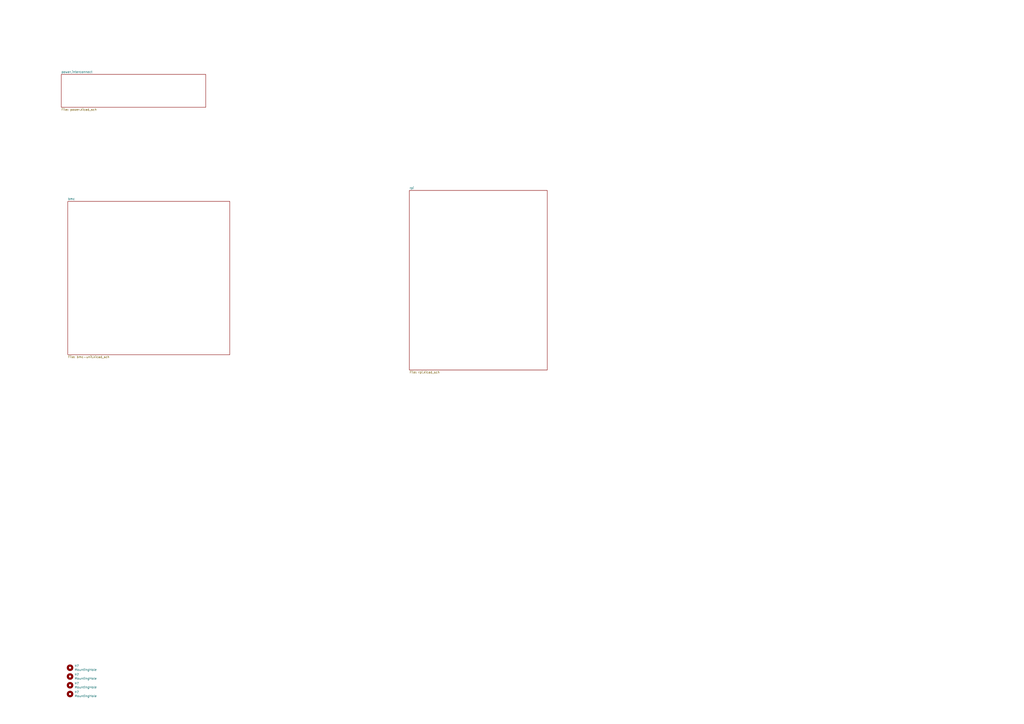
<source format=kicad_sch>
(kicad_sch (version 20211123) (generator eeschema)
  (paper "A2")
  (title_block (title "srvant. BMC prototype") (date "2022-05-31") (rev "0.2"))
  (lib_symbols
    (symbol "Mechanical:MountingHole"
      (property "Reference" "H" (at 0 5.08 0))
      (property "Value" "MountingHole" (at 0 3.175 0))
      (symbol "MountingHole_0_1"
        (circle (center 0 0) (radius 1.27) (stroke (width 1.27)))
      )
    )
  )
  (symbol (lib_id "Mechanical:MountingHole") (at 40.64 397.51 0) (unit 1)
    (property "Reference" "H?" (at 43.18 396.367 0) (effects (justify left)))
    (property "Value" "MountingHole" (at 43.18 398.653 0) (effects (justify left)))
    (property "Footprint" "MountingHole:MountingHole_2.7mm_M2.5" (effects hide))
    (property "Datasheet" "~{}" (effects hide))
    (property "Field4" "nf" (effects hide))
    (property "Field5" "nf" (effects hide))
    (property "Field6" "nf" (effects hide))
    (property "Field7" "nf" (effects hide))
    (property "Part Description" "M2.5 mounting hole" (effects hide))
  )
  (symbol (lib_id "Mechanical:MountingHole") (at 40.64 402.59 0) (unit 1)
    (property "Reference" "H?" (at 43.18 401.447 0) (effects (justify left)))
    (property "Value" "MountingHole" (at 43.18 403.733 0) (effects (justify left)))
    (property "Footprint" "MountingHole:MountingHole_2.7mm_M2.5" (effects hide))
    (property "Datasheet" "~{}" (effects hide))
    (property "Field4" "nf" (effects hide))
    (property "Field5" "nf" (effects hide))
    (property "Field6" "nf" (effects hide))
    (property "Field7" "nf" (effects hide))
    (property "Part Description" "M2.5 mounting hole" (effects hide))
  )
  (symbol (lib_id "Mechanical:MountingHole") (at 40.64 387.35 0) (unit 1)
    (property "Reference" "H?" (at 43.18 386.207 0) (effects (justify left)))
    (property "Value" "MountingHole" (at 43.18 388.493 0) (effects (justify left)))
    (property "Footprint" "MountingHole:MountingHole_2.7mm_M2.5" (effects hide))
    (property "Datasheet" "~{}" (effects hide))
    (property "Field4" "nf" (effects hide))
    (property "Field5" "nf" (effects hide))
    (property "Field6" "nf" (effects hide))
    (property "Field7" "nf" (effects hide))
    (property "Part Description" "M2.5 mounting hole" (effects hide))
  )
  (symbol (lib_id "Mechanical:MountingHole") (at 40.64 392.43 0) (unit 1)
    (property "Reference" "H?" (at 43.18 391.287 0) (effects (justify left)))
    (property "Value" "MountingHole" (at 43.18 393.573 0) (effects (justify left)))
    (property "Footprint" "MountingHole:MountingHole_2.7mm_M2.5" (effects hide))
    (property "Datasheet" "~{}" (effects hide))
    (property "Field4" "nf" (effects hide))
    (property "Field5" "nf" (effects hide))
    (property "Field6" "nf" (effects hide))
    (property "Field7" "nf" (effects hide))
    (property "Part Description" "M2.5 mounting hole" (effects hide))
  )
  (sheet (at 237.49 110.49) (size 80.01 104.14) (stroke (width 0.1524))
    (property "Sheet name" "rpi" (at 237.49 109.7784 0) (effects (justify left bottom)))
    (property "Sheet file" "rpi.kicad_sch" (at 237.49 215.2146 0) (effects (justify left top)))
  )
  (sheet (at 35.56 43.18) (size 83.82 19.05) (stroke (width 0.1524))
    (property "Sheet name" "power,interconnect" (at 35.56 42.4684 0) (effects (justify left bottom)))
    (property "Sheet file" "power.kicad_sch" (at 35.56 62.8146 0) (effects (justify left top)))
  )
  (sheet (at 39.37 116.84) (size 93.98 88.9) (stroke (width 0.1524))
    (property "Sheet name" "bmc" (at 39.37 116.1284 0) (effects (justify left bottom)))
    (property "Sheet file" "bmc-unit.kicad_sch" (at 39.37 206.3246 0) (effects (justify left top)))
  )
)
</source>
